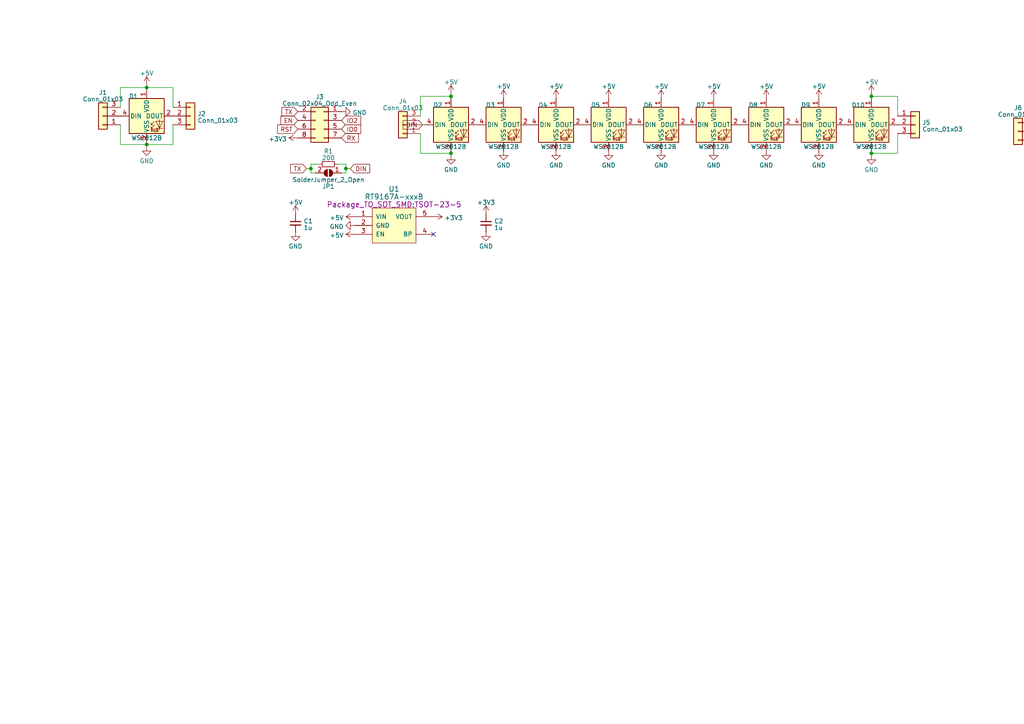
<source format=kicad_sch>
(kicad_sch (version 20230121) (generator eeschema)
  (paper "A4")
  (lib_symbols
    (symbol "Connector_Generic:Conn_01x03" (pin_names (offset 1.016) hide)
      (property "Reference" "J" (at 0 5.08 0))
      (property "Value" "Conn_01x03" (at 0 -5.08 0))
      (symbol "Conn_01x03_1_1"
        (rectangle (start -1.27 -2.413) (end 0 -2.667) (stroke (width 0.1524)))
        (rectangle (start -1.27 0.127) (end 0 -0.127) (stroke (width 0.1524)))
        (rectangle (start -1.27 2.667) (end 0 2.413) (stroke (width 0.1524)))
        (rectangle (start -1.27 3.81) (end 1.27 -3.81) (stroke (width 0.254)) (fill (type background)))
        (pin passive line (at -5.08 2.54 0) (length 3.81) (name "Pin_1") (number "1"))
        (pin passive line (at -5.08 0 0) (length 3.81) (name "Pin_2") (number "2"))
        (pin passive line (at -5.08 -2.54 0) (length 3.81) (name "Pin_3") (number "3"))
      )
    )
    (symbol "Connector_Generic:Conn_02x04_Odd_Even" (pin_names (offset 1.016) hide)
      (property "Reference" "J" (at 1.27 5.08 0))
      (property "Value" "Conn_02x04_Odd_Even" (at 1.27 -7.62 0))
      (symbol "Conn_02x04_Odd_Even_1_1"
        (rectangle (start -1.27 -4.953) (end 0 -5.207) (stroke (width 0.1524)))
        (rectangle (start -1.27 -2.413) (end 0 -2.667) (stroke (width 0.1524)))
        (rectangle (start -1.27 0.127) (end 0 -0.127) (stroke (width 0.1524)))
        (rectangle (start -1.27 2.667) (end 0 2.413) (stroke (width 0.1524)))
        (rectangle (start -1.27 3.81) (end 3.81 -6.35) (stroke (width 0.254)) (fill (type background)))
        (rectangle (start 3.81 -4.953) (end 2.54 -5.207) (stroke (width 0.1524)))
        (rectangle (start 3.81 -2.413) (end 2.54 -2.667) (stroke (width 0.1524)))
        (rectangle (start 3.81 0.127) (end 2.54 -0.127) (stroke (width 0.1524)))
        (rectangle (start 3.81 2.667) (end 2.54 2.413) (stroke (width 0.1524)))
        (pin passive line (at -5.08 2.54 0) (length 3.81) (name "Pin_1") (number "1"))
        (pin passive line (at 7.62 2.54 180) (length 3.81) (name "Pin_2") (number "2"))
        (pin passive line (at -5.08 0 0) (length 3.81) (name "Pin_3") (number "3"))
        (pin passive line (at 7.62 0 180) (length 3.81) (name "Pin_4") (number "4"))
        (pin passive line (at -5.08 -2.54 0) (length 3.81) (name "Pin_5") (number "5"))
        (pin passive line (at 7.62 -2.54 180) (length 3.81) (name "Pin_6") (number "6"))
        (pin passive line (at -5.08 -5.08 0) (length 3.81) (name "Pin_7") (number "7"))
        (pin passive line (at 7.62 -5.08 180) (length 3.81) (name "Pin_8") (number "8"))
      )
    )
    (symbol "Device:C_Small" (pin_numbers hide) (pin_names (offset 0.254) hide)
      (property "Reference" "C" (at 0.254 1.778 0))
      (property "Value" "C_Small" (at 0.254 -2.032 0))
      (symbol "C_Small_0_1"
        (polyline (pts (xy -1.524 -0.508) (xy 1.524 -0.508)) (stroke (width 0.3302)))
        (polyline (pts (xy -1.524 0.508) (xy 1.524 0.508)) (stroke (width 0.3048)))
      )
      (symbol "C_Small_1_1"
        (pin passive line (at 0 2.54 270) (length 2.032) (name "~") (number "1"))
        (pin passive line (at 0 -2.54 90) (length 2.032) (name "~") (number "2"))
      )
    )
    (symbol "Device:R_Small" (pin_numbers hide) (pin_names (offset 0.254) hide)
      (property "Reference" "R" (at 0.762 0.508 0))
      (property "Value" "R_Small" (at 0.762 -1.016 0))
      (symbol "R_Small_0_1"
        (rectangle (start -0.762 1.778) (end 0.762 -1.778) (stroke (width 0.2032)))
      )
      (symbol "R_Small_1_1"
        (pin passive line (at 0 2.54 270) (length 0.762) (name "~") (number "1"))
        (pin passive line (at 0 -2.54 90) (length 0.762) (name "~") (number "2"))
      )
    )
    (symbol "Jumper:SolderJumper_2_Open" (pin_names (offset 0) hide)
      (property "Reference" "JP" (at 0 2.032 0))
      (property "Value" "SolderJumper_2_Open" (at 0 -2.54 0))
      (symbol "SolderJumper_2_Open_0_1"
        (arc (start -0.254 1.016) (mid -1.2656 0) (end -0.254 -1.016))
        (arc (start -0.254 1.016) (mid -1.2656 0) (end -0.254 -1.016) (fill (type outline)))
        (polyline (pts (xy -0.254 1.016) (xy -0.254 -1.016)))
        (polyline (pts (xy 0.254 1.016) (xy 0.254 -1.016)))
        (arc (start 0.254 -1.016) (mid 1.2656 0) (end 0.254 1.016))
        (arc (start 0.254 -1.016) (mid 1.2656 0) (end 0.254 1.016) (fill (type outline)))
      )
      (symbol "SolderJumper_2_Open_1_1"
        (pin passive line (at -3.81 0 0) (length 2.54) (name "A") (number "1"))
        (pin passive line (at 3.81 0 180) (length 2.54) (name "B") (number "2"))
      )
    )
    (symbol "LED:WS2812B" (pin_names (offset 0.254))
      (property "Reference" "D" (at 5.08 5.715 0))
      (property "Value" "WS2812B" (at 1.27 -5.715 0))
      (symbol "WS2812B_0_0"
        (text "RGB" (at 2.286 -4.191 0) (effects (font (size 0.762 0.762))))
      )
      (symbol "WS2812B_0_1"
        (polyline (pts (xy 1.27 -3.556) (xy 1.778 -3.556)))
        (polyline (pts (xy 1.27 -2.54) (xy 1.778 -2.54)))
        (polyline (pts (xy 4.699 -3.556) (xy 2.667 -3.556)))
        (polyline (pts (xy 2.286 -2.54) (xy 1.27 -3.556) (xy 1.27 -3.048)))
        (polyline (pts (xy 2.286 -1.524) (xy 1.27 -2.54) (xy 1.27 -2.032)))
        (polyline (pts (xy 3.683 -1.016) (xy 3.683 -3.556) (xy 3.683 -4.064)))
        (polyline (pts (xy 4.699 -1.524) (xy 2.667 -1.524) (xy 3.683 -3.556) (xy 4.699 -1.524)))
        (rectangle (start 5.08 5.08) (end -5.08 -5.08) (stroke (width 0.254)) (fill (type background)))
      )
      (symbol "WS2812B_1_1"
        (pin power_in line (at 0 7.62 270) (length 2.54) (name "VDD") (number "1"))
        (pin output line (at 7.62 0 180) (length 2.54) (name "DOUT") (number "2"))
        (pin power_in line (at 0 -7.62 90) (length 2.54) (name "VSS") (number "3"))
        (pin input line (at -7.62 0 0) (length 2.54) (name "DIN") (number "4"))
      )
    )
    (symbol "power:+3V3" (power) (pin_names (offset 0))
      (property "Value" "+3V3" (at 0 3.556 0))
      (symbol "+3V3_0_1"
        (polyline (pts (xy -0.762 1.27) (xy 0 2.54)))
        (polyline (pts (xy 0 0) (xy 0 2.54)))
        (polyline (pts (xy 0 2.54) (xy 0.762 1.27)))
      )
      (symbol "+3V3_1_1"
        (pin power_in line (at 0 0 90) (length 0) hide (name "+3V3") (number "1"))
      )
    )
    (symbol "power:+5V" (power) (pin_names (offset 0))
      (property "Value" "+5V" (at 0 3.556 0))
      (symbol "+5V_0_1"
        (polyline (pts (xy -0.762 1.27) (xy 0 2.54)))
        (polyline (pts (xy 0 0) (xy 0 2.54)))
        (polyline (pts (xy 0 2.54) (xy 0.762 1.27)))
      )
      (symbol "+5V_1_1"
        (pin power_in line (at 0 0 90) (length 0) hide (name "+5V") (number "1"))
      )
    )
    (symbol "power:GND" (power) (pin_names (offset 0))
      (property "Value" "GND" (at 0 -3.81 0))
      (symbol "GND_0_1"
        (polyline (pts (xy 0 0) (xy 0 -1.27) (xy 1.27 -1.27) (xy 0 -2.54) (xy -1.27 -1.27) (xy 0 -1.27)))
      )
      (symbol "GND_1_1"
        (pin power_in line (at 0 0 270) (length 0) hide (name "GND") (number "1"))
      )
    )
    (symbol "wirmo_power:RT9167A-xxxB" (pin_names (offset 1.016))
      (property "Reference" "U" (at 0 -6.35 0))
      (property "Value" "RT9167A-xxxB" (at 0 6.35 0))
      (property "Footprint" "Package_TO_SOT_SMD:TSOT-23-5" (at 0 16.51 0))
      (symbol "RT9167A-xxxB_0_1"
        (rectangle (start -6.35 5.08) (end 6.35 -5.08) (fill (type background)))
      )
      (symbol "RT9167A-xxxB_1_1"
        (pin input line (at -11.43 2.54 0) (length 5.08) (name "VIN") (number "1"))
        (pin input line (at -11.43 0 0) (length 5.08) (name "GND") (number "2"))
        (pin input line (at -11.43 -2.54 0) (length 5.08) (name "EN") (number "3"))
        (pin input line (at 11.43 -2.54 180) (length 5.08) (name "BP") (number "4"))
        (pin input line (at 11.43 2.54 180) (length 5.08) (name "VOUT") (number "5"))
      )
    )
  )
  (junction (at 307.975 46.355))
  (junction (at 252.73 27.94))
  (junction (at 130.81 44.45))
  (junction (at 100.33 48.895))
  (junction (at 42.545 25.4))
  (junction (at 307.975 29.845))
  (junction (at 42.545 41.91))
  (junction (at 90.17 48.895))
  (junction (at 252.73 44.45))
  (junction (at 130.81 27.94))
  (no_connect (at 125.73 67.945))
  (wire (pts (xy 121.92 33.655) (xy 121.92 27.94)))
  (wire (pts (xy 42.545 42.545) (xy 42.545 41.91)))
  (wire (pts (xy 130.81 45.085) (xy 130.81 44.45)))
  (wire (pts (xy 88.9 48.895) (xy 90.17 48.895)))
  (wire (pts (xy 121.92 38.735) (xy 121.92 44.45)))
  (wire (pts (xy 90.17 48.895) (xy 90.17 50.165)))
  (wire (pts (xy 121.92 36.195) (xy 123.19 36.195)))
  (wire (pts (xy 100.33 50.165) (xy 100.33 48.895)))
  (wire (pts (xy 307.975 29.845) (xy 300.355 29.845)))
  (wire (pts (xy 130.81 44.45) (xy 130.81 43.815)))
  (wire (pts (xy 252.73 44.45) (xy 260.35 44.45)))
  (wire (pts (xy 260.35 33.655) (xy 260.35 27.94)))
  (wire (pts (xy 90.17 50.165) (xy 91.44 50.165)))
  (wire (pts (xy 90.17 48.895) (xy 90.17 47.625)))
  (wire (pts (xy 34.925 25.4) (xy 34.925 31.115)))
  (wire (pts (xy 34.925 41.91) (xy 42.545 41.91)))
  (wire (pts (xy 130.81 27.305) (xy 130.81 27.94)))
  (wire (pts (xy 121.92 44.45) (xy 130.81 44.45)))
  (wire (pts (xy 307.975 46.99) (xy 307.975 46.355)))
  (wire (pts (xy 252.73 44.45) (xy 252.73 43.815)))
  (wire (pts (xy 315.595 29.845) (xy 307.975 29.845)))
  (wire (pts (xy 307.975 29.845) (xy 307.975 30.48)))
  (wire (pts (xy 130.81 27.94) (xy 130.81 28.575)))
  (wire (pts (xy 252.73 45.085) (xy 252.73 44.45)))
  (wire (pts (xy 50.165 41.91) (xy 50.165 36.195)))
  (wire (pts (xy 99.06 50.165) (xy 100.33 50.165)))
  (wire (pts (xy 42.545 41.91) (xy 42.545 41.275)))
  (wire (pts (xy 260.35 27.94) (xy 252.73 27.94)))
  (wire (pts (xy 100.33 47.625) (xy 100.33 48.895)))
  (wire (pts (xy 42.545 24.765) (xy 42.545 25.4)))
  (wire (pts (xy 307.975 29.21) (xy 307.975 29.845)))
  (wire (pts (xy 300.355 29.845) (xy 300.355 35.56)))
  (wire (pts (xy 315.595 46.355) (xy 315.595 40.64)))
  (wire (pts (xy 42.545 25.4) (xy 42.545 26.035)))
  (wire (pts (xy 42.545 25.4) (xy 34.925 25.4)))
  (wire (pts (xy 100.33 48.895) (xy 101.6 48.895)))
  (wire (pts (xy 307.975 46.355) (xy 307.975 45.72)))
  (wire (pts (xy 252.73 27.94) (xy 252.73 28.575)))
  (wire (pts (xy 42.545 41.91) (xy 50.165 41.91)))
  (wire (pts (xy 90.17 47.625) (xy 92.71 47.625)))
  (wire (pts (xy 97.79 47.625) (xy 100.33 47.625)))
  (wire (pts (xy 315.595 35.56) (xy 315.595 29.845)))
  (wire (pts (xy 50.165 31.115) (xy 50.165 25.4)))
  (wire (pts (xy 260.35 44.45) (xy 260.35 38.735)))
  (wire (pts (xy 50.165 25.4) (xy 42.545 25.4)))
  (wire (pts (xy 252.73 27.305) (xy 252.73 27.94)))
  (wire (pts (xy 34.925 36.195) (xy 34.925 41.91)))
  (wire (pts (xy 300.355 46.355) (xy 307.975 46.355)))
  (wire (pts (xy 121.92 27.94) (xy 130.81 27.94)))
  (wire (pts (xy 307.975 46.355) (xy 315.595 46.355)))
  (wire (pts (xy 300.355 40.64) (xy 300.355 46.355)))
  (global_label "DIN" (shape input) (at 122.555 36.195 180) (property "Intersheetrefs" "${INTERSHEET_REFS}" (effects hide)))
  (global_label "DIN" (shape input) (at 101.6 48.895 0) (property "Intersheetrefs" "${INTERSHEET_REFS}" (effects hide)))
  (global_label "IO2" (shape input) (at 99.06 34.925 0) (property "Intersheetrefs" "${INTERSHEET_REFS}" (effects hide)))
  (global_label "RX" (shape input) (at 99.06 40.005 0) (property "Intersheetrefs" "${INTERSHEET_REFS}" (effects hide)))
  (global_label "TX" (shape input) (at 88.9 48.895 180) (property "Intersheetrefs" "${INTERSHEET_REFS}" (effects hide)))
  (global_label "IO0" (shape input) (at 99.06 37.465 0) (property "Intersheetrefs" "${INTERSHEET_REFS}" (effects hide)))
  (global_label "RST" (shape input) (at 86.36 37.465 180) (property "Intersheetrefs" "${INTERSHEET_REFS}" (effects hide)))
  (global_label "TX" (shape input) (at 86.36 32.385 180) (property "Intersheetrefs" "${INTERSHEET_REFS}" (effects hide)))
  (global_label "EN" (shape input) (at 86.36 34.925 180) (property "Intersheetrefs" "${INTERSHEET_REFS}" (effects hide)))
  (symbol (lib_id "LED:WS2812B") (at 176.53 36.195 0) (unit 1)
    (property "Reference" "D5" (at 172.72 30.48 0))
    (property "Value" "WS2812B" (at 176.53 42.545 0))
    (property "Footprint" "wirmo_power:1615RGBC" (effects hide))
    (property "Datasheet" "https://cdn-shop.adafruit.com/datasheets/WS2812B.pdf" (effects hide))
  )
  (symbol (lib_id "wirmo_power:RT9167A-xxxB") (at 114.3 65.405 0) (unit 1)
    (property "Reference" "U1" (at 114.3 54.8147 0) (effects (font (size 1.524 1.524))))
    (property "Value" "RT9167A-xxxB" (at 114.3 57.0689 0) (effects (font (size 1.524 1.524))))
    (property "Footprint" "Package_TO_SOT_SMD:TSOT-23-5" (at 114.3 59.3231 0) (effects (font (size 1.524 1.524))))
  )
  (symbol (lib_id "power:+5V") (at 207.01 28.575 0) (unit 1)
    (property "Reference" "#PWR015" (effects hide))
    (property "Value" "+5V" (at 207.01 25.0731 0))
  )
  (symbol (lib_id "LED:WS2812B") (at 237.49 36.195 0) (unit 1)
    (property "Reference" "D9" (at 233.68 30.48 0))
    (property "Value" "WS2812B" (at 237.49 42.545 0))
    (property "Footprint" "wirmo_power:1615RGBC" (effects hide))
    (property "Datasheet" "https://cdn-shop.adafruit.com/datasheets/WS2812B.pdf" (effects hide))
  )
  (symbol (lib_id "power:+3V3") (at 86.36 40.005 90) (unit 1)
    (property "Reference" "#PWR03" (effects hide))
    (property "Value" "+3V3" (at 83.185 40.3218 90) (effects (justify left)))
  )
  (symbol (lib_id "power:GND") (at 85.725 67.31 0) (unit 1)
    (property "Reference" "#PWR030" (effects hide))
    (property "Value" "GND" (at 85.725 71.4455 0))
  )
  (symbol (lib_id "power:GND") (at 207.01 43.815 0) (unit 1)
    (property "Reference" "#PWR016" (effects hide))
    (property "Value" "GND" (at 207.01 47.9505 0))
  )
  (symbol (lib_id "Device:R_Small") (at 95.25 47.625 90) (unit 1)
    (property "Reference" "R1" (at 95.25 43.8785 90))
    (property "Value" "200" (at 95.25 45.7995 90))
    (property "Footprint" "Resistor_SMD:R_0603_1608Metric" (effects hide))
  )
  (symbol (lib_id "power:GND") (at 130.81 45.085 0) (unit 1)
    (property "Reference" "#PWR06" (effects hide))
    (property "Value" "GND" (at 130.81 49.2205 0))
  )
  (symbol (lib_id "power:+5V") (at 102.87 67.945 90) (unit 1)
    (property "Reference" "#PWR026" (effects hide))
    (property "Value" "+5V" (at 99.6951 68.2618 90) (effects (justify left)))
  )
  (symbol (lib_id "power:+5V") (at 176.53 28.575 0) (unit 1)
    (property "Reference" "#PWR011" (effects hide))
    (property "Value" "+5V" (at 176.53 25.0731 0))
  )
  (symbol (lib_id "power:+5V") (at 161.29 28.575 0) (unit 1)
    (property "Reference" "#PWR09" (effects hide))
    (property "Value" "+5V" (at 161.29 25.0731 0))
  )
  (symbol (lib_id "power:+3V3") (at 140.97 62.23 0) (unit 1)
    (property "Reference" "#PWR032" (effects hide))
    (property "Value" "+3V3" (at 140.97 58.7281 0))
  )
  (symbol (lib_id "power:GND") (at 102.87 65.405 270) (unit 1)
    (property "Reference" "#PWR027" (effects hide))
    (property "Value" "GND" (at 99.6951 65.7218 90) (effects (justify right)))
  )
  (symbol (lib_id "power:+5V") (at 222.25 28.575 0) (unit 1)
    (property "Reference" "#PWR017" (effects hide))
    (property "Value" "+5V" (at 222.25 25.0731 0))
  )
  (symbol (lib_id "Connector_Generic:Conn_01x03") (at 29.845 33.655 180) (unit 1)
    (property "Reference" "J1" (at 29.845 26.8351 0))
    (property "Value" "Conn_01x03" (at 29.845 28.7561 0))
    (property "Footprint" "wirmo_power:star_edge" (effects hide))
  )
  (symbol (lib_id "power:GND") (at 252.73 45.085 0) (unit 1)
    (property "Reference" "#PWR022" (effects hide))
    (property "Value" "GND" (at 252.73 49.2205 0))
  )
  (symbol (lib_id "power:GND") (at 42.545 42.545 0) (unit 1)
    (property "Reference" "#PWR02" (effects hide))
    (property "Value" "GND" (at 42.545 46.6805 0))
  )
  (symbol (lib_id "Connector_Generic:Conn_01x03") (at 265.43 36.195 0) (unit 1)
    (property "Reference" "J5" (at 267.462 35.5513 0) (effects (justify left)))
    (property "Value" "Conn_01x03" (at 267.462 37.4723 0) (effects (justify left)))
    (property "Footprint" "wirmo_power:star_edge" (effects hide))
  )
  (symbol (lib_id "power:GND") (at 237.49 43.815 0) (unit 1)
    (property "Reference" "#PWR020" (effects hide))
    (property "Value" "GND" (at 237.49 47.9505 0))
  )
  (symbol (lib_id "Jumper:SolderJumper_2_Open") (at 95.25 50.165 180) (unit 1)
    (property "Reference" "JP1" (at 95.25 54.0639 0))
    (property "Value" "SolderJumper_2_Open" (at 95.25 52.1429 0))
    (property "Footprint" "Jumper:SolderJumper-2_P1.3mm_Open_TrianglePad1.0x1.5mm" (effects hide))
  )
  (symbol (lib_id "LED:WS2812B") (at 42.545 33.655 0) (unit 1)
    (property "Reference" "D1" (at 38.735 27.94 0))
    (property "Value" "WS2812B" (at 42.545 40.005 0))
    (property "Footprint" "wirmo_power:1615RGBC" (effects hide))
    (property "Datasheet" "https://cdn-shop.adafruit.com/datasheets/WS2812B.pdf" (effects hide))
  )
  (symbol (lib_id "power:GND") (at 307.975 46.99 0) (unit 1)
    (property "Reference" "#PWR024" (effects hide))
    (property "Value" "GND" (at 307.975 51.1255 0))
  )
  (symbol (lib_id "power:+5V") (at 42.545 24.765 0) (unit 1)
    (property "Reference" "#PWR01" (effects hide))
    (property "Value" "+5V" (at 42.545 21.2631 0))
  )
  (symbol (lib_id "Connector_Generic:Conn_01x03") (at 116.84 36.195 180) (unit 1)
    (property "Reference" "J4" (at 116.84 29.3751 0))
    (property "Value" "Conn_01x03" (at 116.84 31.2961 0))
    (property "Footprint" "wirmo_power:star_edge" (effects hide))
  )
  (symbol (lib_id "power:GND") (at 99.06 32.385 90) (unit 1)
    (property "Reference" "#PWR04" (effects hide))
    (property "Value" "GND" (at 102.235 32.7018 90) (effects (justify right)))
  )
  (symbol (lib_id "power:GND") (at 161.29 43.815 0) (unit 1)
    (property "Reference" "#PWR010" (effects hide))
    (property "Value" "GND" (at 161.29 47.9505 0))
  )
  (symbol (lib_id "power:+5V") (at 130.81 27.305 0) (unit 1)
    (property "Reference" "#PWR05" (effects hide))
    (property "Value" "+5V" (at 130.81 23.8031 0))
  )
  (symbol (lib_id "power:+5V") (at 191.77 28.575 0) (unit 1)
    (property "Reference" "#PWR013" (effects hide))
    (property "Value" "+5V" (at 191.77 25.0731 0))
  )
  (symbol (lib_id "Device:C_Small") (at 140.97 64.77 0) (unit 1)
    (property "Reference" "C2" (at 143.2941 64.1326 0) (effects (justify left)))
    (property "Value" "1u" (at 143.2941 66.0536 0) (effects (justify left)))
    (property "Footprint" "Capacitor_SMD:C_0603_1608Metric" (effects hide))
  )
  (symbol (lib_id "power:GND") (at 146.05 43.815 0) (unit 1)
    (property "Reference" "#PWR08" (effects hide))
    (property "Value" "GND" (at 146.05 47.9505 0))
  )
  (symbol (lib_id "LED:WS2812B") (at 146.05 36.195 0) (unit 1)
    (property "Reference" "D3" (at 142.24 30.48 0))
    (property "Value" "WS2812B" (at 146.05 42.545 0))
    (property "Footprint" "wirmo_power:1615RGBC" (effects hide))
    (property "Datasheet" "https://cdn-shop.adafruit.com/datasheets/WS2812B.pdf" (effects hide))
  )
  (symbol (lib_id "LED:WS2812B") (at 222.25 36.195 0) (unit 1)
    (property "Reference" "D8" (at 218.44 30.48 0))
    (property "Value" "WS2812B" (at 222.25 42.545 0))
    (property "Footprint" "wirmo_power:1615RGBC" (effects hide))
    (property "Datasheet" "https://cdn-shop.adafruit.com/datasheets/WS2812B.pdf" (effects hide))
  )
  (symbol (lib_id "power:+5V") (at 307.975 29.21 0) (unit 1)
    (property "Reference" "#PWR023" (effects hide))
    (property "Value" "+5V" (at 307.975 25.7081 0))
  )
  (symbol (lib_id "LED:WS2812B") (at 130.81 36.195 0) (unit 1)
    (property "Reference" "D2" (at 127 30.48 0))
    (property "Value" "WS2812B" (at 130.81 42.545 0))
    (property "Footprint" "wirmo_power:1615RGBC" (effects hide))
    (property "Datasheet" "https://cdn-shop.adafruit.com/datasheets/WS2812B.pdf" (effects hide))
  )
  (symbol (lib_id "LED:WS2812B") (at 161.29 36.195 0) (unit 1)
    (property "Reference" "D4" (at 157.48 30.48 0))
    (property "Value" "WS2812B" (at 161.29 42.545 0))
    (property "Footprint" "wirmo_power:1615RGBC" (effects hide))
    (property "Datasheet" "https://cdn-shop.adafruit.com/datasheets/WS2812B.pdf" (effects hide))
  )
  (symbol (lib_id "power:GND") (at 222.25 43.815 0) (unit 1)
    (property "Reference" "#PWR018" (effects hide))
    (property "Value" "GND" (at 222.25 47.9505 0))
  )
  (symbol (lib_id "LED:WS2812B") (at 191.77 36.195 0) (unit 1)
    (property "Reference" "D6" (at 187.96 30.48 0))
    (property "Value" "WS2812B" (at 191.77 42.545 0))
    (property "Footprint" "wirmo_power:1615RGBC" (effects hide))
    (property "Datasheet" "https://cdn-shop.adafruit.com/datasheets/WS2812B.pdf" (effects hide))
  )
  (symbol (lib_id "LED:WS2812B") (at 252.73 36.195 0) (unit 1)
    (property "Reference" "D10" (at 248.92 30.48 0))
    (property "Value" "WS2812B" (at 252.73 42.545 0))
    (property "Footprint" "wirmo_power:1615RGBC" (effects hide))
    (property "Datasheet" "https://cdn-shop.adafruit.com/datasheets/WS2812B.pdf" (effects hide))
  )
  (symbol (lib_id "Connector_Generic:Conn_01x03") (at 55.245 33.655 0) (unit 1)
    (property "Reference" "J2" (at 57.277 33.0113 0) (effects (justify left)))
    (property "Value" "Conn_01x03" (at 57.277 34.9323 0) (effects (justify left)))
    (property "Footprint" "wirmo_power:star_edge" (effects hide))
  )
  (symbol (lib_id "power:+5V") (at 102.87 62.865 90) (unit 1)
    (property "Reference" "#PWR025" (effects hide))
    (property "Value" "+5V" (at 99.6951 63.1818 90) (effects (justify left)))
  )
  (symbol (lib_id "power:+5V") (at 85.725 62.23 0) (unit 1)
    (property "Reference" "#PWR029" (effects hide))
    (property "Value" "+5V" (at 85.725 58.7281 0))
  )
  (symbol (lib_id "power:+5V") (at 252.73 27.305 0) (unit 1)
    (property "Reference" "#PWR021" (effects hide))
    (property "Value" "+5V" (at 252.73 23.8031 0))
  )
  (symbol (lib_id "Connector_Generic:Conn_01x03") (at 320.675 38.1 0) (unit 1)
    (property "Reference" "J7" (at 322.707 37.4563 0) (effects (justify left)))
    (property "Value" "Conn_01x03" (at 322.707 39.3773 0) (effects (justify left)))
    (property "Footprint" "wirmo_power:star_edge" (effects hide))
  )
  (symbol (lib_id "Connector_Generic:Conn_01x03") (at 295.275 38.1 180) (unit 1)
    (property "Reference" "J6" (at 295.275 31.2801 0))
    (property "Value" "Conn_01x03" (at 295.275 33.2011 0))
    (property "Footprint" "wirmo_power:star_edge" (effects hide))
  )
  (symbol (lib_id "power:+5V") (at 146.05 28.575 0) (unit 1)
    (property "Reference" "#PWR07" (effects hide))
    (property "Value" "+5V" (at 146.05 25.0731 0))
  )
  (symbol (lib_id "power:+5V") (at 237.49 28.575 0) (unit 1)
    (property "Reference" "#PWR019" (effects hide))
    (property "Value" "+5V" (at 237.49 25.0731 0))
  )
  (symbol (lib_id "power:+3V3") (at 125.73 62.865 270) (unit 1)
    (property "Reference" "#PWR028" (effects hide))
    (property "Value" "+3V3" (at 128.905 63.1818 90) (effects (justify left)))
  )
  (symbol (lib_id "power:GND") (at 176.53 43.815 0) (unit 1)
    (property "Reference" "#PWR012" (effects hide))
    (property "Value" "GND" (at 176.53 47.9505 0))
  )
  (symbol (lib_id "Device:C_Small") (at 85.725 64.77 0) (unit 1)
    (property "Reference" "C1" (at 88.0491 64.1326 0) (effects (justify left)))
    (property "Value" "1u" (at 88.0491 66.0536 0) (effects (justify left)))
    (property "Footprint" "Capacitor_SMD:C_0603_1608Metric" (effects hide))
  )
  (symbol (lib_id "power:GND") (at 140.97 67.31 0) (unit 1)
    (property "Reference" "#PWR031" (effects hide))
    (property "Value" "GND" (at 140.97 71.4455 0))
  )
  (symbol (lib_id "LED:WS2812B") (at 207.01 36.195 0) (unit 1)
    (property "Reference" "D7" (at 203.2 30.48 0))
    (property "Value" "WS2812B" (at 207.01 42.545 0))
    (property "Footprint" "wirmo_power:1615RGBC" (effects hide))
    (property "Datasheet" "https://cdn-shop.adafruit.com/datasheets/WS2812B.pdf" (effects hide))
  )
  (symbol (lib_id "LED:WS2812B") (at 307.975 38.1 0) (unit 1)
    (property "Reference" "D11" (at 304.165 32.385 0))
    (property "Value" "WS2812B" (at 307.975 44.45 0))
    (property "Footprint" "wirmo_power:1615RGBC" (effects hide))
    (property "Datasheet" "https://cdn-shop.adafruit.com/datasheets/WS2812B.pdf" (effects hide))
  )
  (symbol (lib_id "power:GND") (at 191.77 43.815 0) (unit 1)
    (property "Reference" "#PWR014" (effects hide))
    (property "Value" "GND" (at 191.77 47.9505 0))
  )
  (symbol (lib_id "Connector_Generic:Conn_02x04_Odd_Even") (at 93.98 34.925 0) (mirror y) (unit 1)
    (property "Reference" "J3" (at 92.71 28.1051 0))
    (property "Value" "Conn_02x04_Odd_Even" (at 92.71 30.0261 0))
    (property "Footprint" "wirmo_power:02x04_smd" (effects hide))
  )
)
</source>
